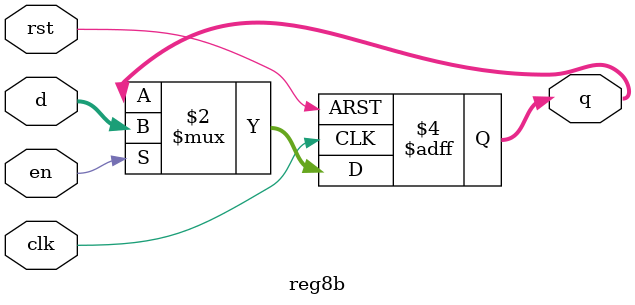
<source format=v>
module reg8b(clk, rst, en, d, q);
	input clk, rst, en;
	input [7:0] d;
	output reg [7:0] q;
	
	always @(posedge clk, posedge rst) begin
		if(rst) begin
			q <= 8'b0;
		end else if (en) begin
			q <= d;
		end
	end
	

endmodule
</source>
